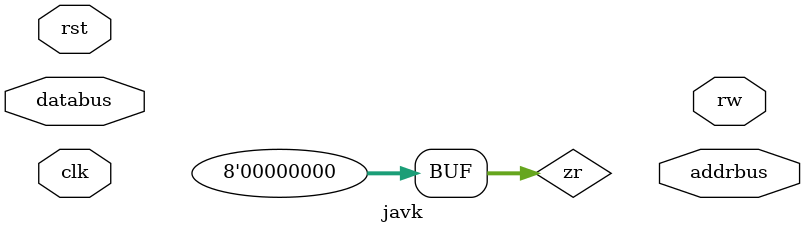
<source format=v>
/*
 * javk.v -- JAVK CPU
 * Copyright (C) 2022  Jacob Koziej <jacobkoziej@gmail.com>
 *
 * This program is free software: you can redistribute it and/or modify
 * it under the terms of the GNU General Public License as published by
 * the Free Software Foundation, either version 3 of the License, or
 * (at your option) any later version.
 *
 * This program is distributed in the hope that it will be useful,
 * but WITHOUT ANY WARRANTY; without even the implied warranty of
 * MERCHANTABILITY or FITNESS FOR A PARTICULAR PURPOSE.  See the
 * GNU General Public License for more details.
 *
 * You should have received a copy of the GNU General Public License
 * along with this program.  If not, see <https://www.gnu.org/licenses/>.
 */

module javk(
	inout wire [7:0] databus,

	input wire clk,
	input wire rst,

	output reg  [15:0] addrbus,
	output wire        rw
);


// 8-bit registers
reg [7:0] a;
reg [7:0] flags;
reg [7:0] b;
reg [7:0] c;
reg [7:0] d;
reg [7:0] e;
reg [7:0] g;
reg [7:0] h;
reg [7:0] i;
reg [7:0] j;
reg [7:0] k;
reg [7:0] l;
reg [7:0] m;
reg [7:0] n;
reg [7:0] o;
reg [7:0] zr;


assign zr = 8'b0;


always @(negedge clk)
begin
	if (rst)
	begin
		a <= 8'b0;
		b <= 8'b0;
		c <= 8'b0;
		d <= 8'b0;
		e <= 8'b0;
		g <= 8'b0;
		h <= 8'b0;
		i <= 8'b0;
		j <= 8'b0;
		k <= 8'b0;
		l <= 8'b0;
		m <= 8'b0;
		n <= 8'b0;
		o <= 8'b0;
	end
end


endmodule

</source>
